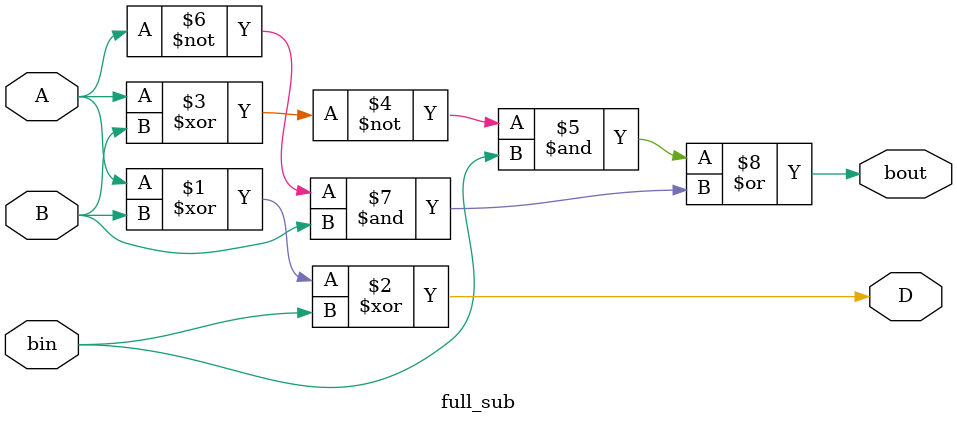
<source format=v>
`timescale 1ns / 1ps

module full_sub(
    input A,
    input B,
    input bin,
    output D,
    output bout
    );

assign D = (A^B)^bin;
assign bout = ((~(A^B))&bin)|((~A)&B);

endmodule
</source>
